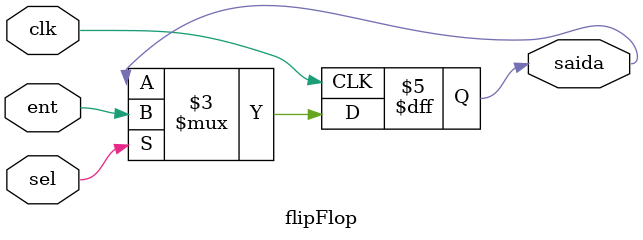
<source format=v>
module flipFlop(clk, ent, sel, saida);

input clk;
input ent;
input sel;

output reg saida;

always @(posedge clk)
begin
	if(sel) begin
		saida = ent;
	end
end

endmodule

</source>
